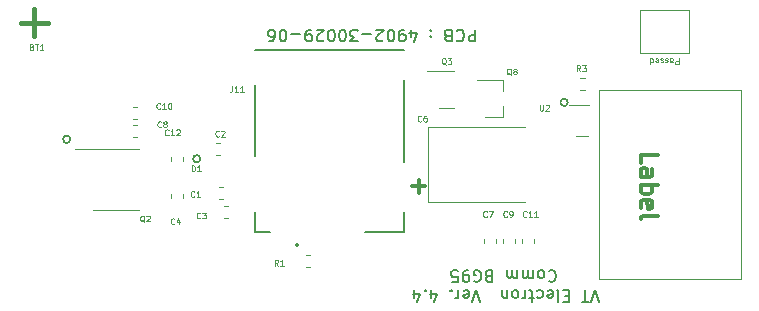
<source format=gbr>
%TF.GenerationSoftware,KiCad,Pcbnew,8.0.4*%
%TF.CreationDate,2024-11-07T22:09:53+00:00*%
%TF.ProjectId,BG95V4,42473935-5634-42e6-9b69-6361645f7063,rev?*%
%TF.SameCoordinates,Original*%
%TF.FileFunction,Legend,Top*%
%TF.FilePolarity,Positive*%
%FSLAX46Y46*%
G04 Gerber Fmt 4.6, Leading zero omitted, Abs format (unit mm)*
G04 Created by KiCad (PCBNEW 8.0.4) date 2024-11-07 22:09:53*
%MOMM*%
%LPD*%
G01*
G04 APERTURE LIST*
%ADD10C,0.200000*%
%ADD11C,0.100000*%
%ADD12C,0.300000*%
%ADD13C,0.450000*%
%ADD14C,0.120000*%
%ADD15C,0.127000*%
G04 APERTURE END LIST*
D10*
X28758047Y9398000D02*
G75*
G02*
X28137953Y9398000I-310047J0D01*
G01*
X28137953Y9398000D02*
G75*
G02*
X28758047Y9398000I310047J0D01*
G01*
X59873047Y14173200D02*
G75*
G02*
X59252953Y14173200I-310047J0D01*
G01*
X59252953Y14173200D02*
G75*
G02*
X59873047Y14173200I310047J0D01*
G01*
X17759847Y11049000D02*
G75*
G02*
X17139753Y11049000I-310047J0D01*
G01*
X17139753Y11049000D02*
G75*
G02*
X17759847Y11049000I310047J0D01*
G01*
D11*
X65982600Y21977600D02*
X70097400Y21977600D01*
X70097400Y18320000D01*
X65982600Y18320000D01*
X65982600Y21977600D01*
D10*
X52038094Y20342219D02*
X52038094Y19342219D01*
X52038094Y19342219D02*
X51657142Y19342219D01*
X51657142Y19342219D02*
X51561904Y19389838D01*
X51561904Y19389838D02*
X51514285Y19437457D01*
X51514285Y19437457D02*
X51466666Y19532695D01*
X51466666Y19532695D02*
X51466666Y19675552D01*
X51466666Y19675552D02*
X51514285Y19770790D01*
X51514285Y19770790D02*
X51561904Y19818409D01*
X51561904Y19818409D02*
X51657142Y19866028D01*
X51657142Y19866028D02*
X52038094Y19866028D01*
X50466666Y20246980D02*
X50514285Y20294600D01*
X50514285Y20294600D02*
X50657142Y20342219D01*
X50657142Y20342219D02*
X50752380Y20342219D01*
X50752380Y20342219D02*
X50895237Y20294600D01*
X50895237Y20294600D02*
X50990475Y20199361D01*
X50990475Y20199361D02*
X51038094Y20104123D01*
X51038094Y20104123D02*
X51085713Y19913647D01*
X51085713Y19913647D02*
X51085713Y19770790D01*
X51085713Y19770790D02*
X51038094Y19580314D01*
X51038094Y19580314D02*
X50990475Y19485076D01*
X50990475Y19485076D02*
X50895237Y19389838D01*
X50895237Y19389838D02*
X50752380Y19342219D01*
X50752380Y19342219D02*
X50657142Y19342219D01*
X50657142Y19342219D02*
X50514285Y19389838D01*
X50514285Y19389838D02*
X50466666Y19437457D01*
X49704761Y19818409D02*
X49561904Y19866028D01*
X49561904Y19866028D02*
X49514285Y19913647D01*
X49514285Y19913647D02*
X49466666Y20008885D01*
X49466666Y20008885D02*
X49466666Y20151742D01*
X49466666Y20151742D02*
X49514285Y20246980D01*
X49514285Y20246980D02*
X49561904Y20294600D01*
X49561904Y20294600D02*
X49657142Y20342219D01*
X49657142Y20342219D02*
X50038094Y20342219D01*
X50038094Y20342219D02*
X50038094Y19342219D01*
X50038094Y19342219D02*
X49704761Y19342219D01*
X49704761Y19342219D02*
X49609523Y19389838D01*
X49609523Y19389838D02*
X49561904Y19437457D01*
X49561904Y19437457D02*
X49514285Y19532695D01*
X49514285Y19532695D02*
X49514285Y19627933D01*
X49514285Y19627933D02*
X49561904Y19723171D01*
X49561904Y19723171D02*
X49609523Y19770790D01*
X49609523Y19770790D02*
X49704761Y19818409D01*
X49704761Y19818409D02*
X50038094Y19818409D01*
X48276189Y20246980D02*
X48228570Y20294600D01*
X48228570Y20294600D02*
X48276189Y20342219D01*
X48276189Y20342219D02*
X48323808Y20294600D01*
X48323808Y20294600D02*
X48276189Y20246980D01*
X48276189Y20246980D02*
X48276189Y20342219D01*
X48276189Y19723171D02*
X48228570Y19770790D01*
X48228570Y19770790D02*
X48276189Y19818409D01*
X48276189Y19818409D02*
X48323808Y19770790D01*
X48323808Y19770790D02*
X48276189Y19723171D01*
X48276189Y19723171D02*
X48276189Y19818409D01*
X46609523Y19675552D02*
X46609523Y20342219D01*
X46847618Y19294600D02*
X47085713Y20008885D01*
X47085713Y20008885D02*
X46466666Y20008885D01*
X46038094Y20342219D02*
X45847618Y20342219D01*
X45847618Y20342219D02*
X45752380Y20294600D01*
X45752380Y20294600D02*
X45704761Y20246980D01*
X45704761Y20246980D02*
X45609523Y20104123D01*
X45609523Y20104123D02*
X45561904Y19913647D01*
X45561904Y19913647D02*
X45561904Y19532695D01*
X45561904Y19532695D02*
X45609523Y19437457D01*
X45609523Y19437457D02*
X45657142Y19389838D01*
X45657142Y19389838D02*
X45752380Y19342219D01*
X45752380Y19342219D02*
X45942856Y19342219D01*
X45942856Y19342219D02*
X46038094Y19389838D01*
X46038094Y19389838D02*
X46085713Y19437457D01*
X46085713Y19437457D02*
X46133332Y19532695D01*
X46133332Y19532695D02*
X46133332Y19770790D01*
X46133332Y19770790D02*
X46085713Y19866028D01*
X46085713Y19866028D02*
X46038094Y19913647D01*
X46038094Y19913647D02*
X45942856Y19961266D01*
X45942856Y19961266D02*
X45752380Y19961266D01*
X45752380Y19961266D02*
X45657142Y19913647D01*
X45657142Y19913647D02*
X45609523Y19866028D01*
X45609523Y19866028D02*
X45561904Y19770790D01*
X44942856Y19342219D02*
X44847618Y19342219D01*
X44847618Y19342219D02*
X44752380Y19389838D01*
X44752380Y19389838D02*
X44704761Y19437457D01*
X44704761Y19437457D02*
X44657142Y19532695D01*
X44657142Y19532695D02*
X44609523Y19723171D01*
X44609523Y19723171D02*
X44609523Y19961266D01*
X44609523Y19961266D02*
X44657142Y20151742D01*
X44657142Y20151742D02*
X44704761Y20246980D01*
X44704761Y20246980D02*
X44752380Y20294600D01*
X44752380Y20294600D02*
X44847618Y20342219D01*
X44847618Y20342219D02*
X44942856Y20342219D01*
X44942856Y20342219D02*
X45038094Y20294600D01*
X45038094Y20294600D02*
X45085713Y20246980D01*
X45085713Y20246980D02*
X45133332Y20151742D01*
X45133332Y20151742D02*
X45180951Y19961266D01*
X45180951Y19961266D02*
X45180951Y19723171D01*
X45180951Y19723171D02*
X45133332Y19532695D01*
X45133332Y19532695D02*
X45085713Y19437457D01*
X45085713Y19437457D02*
X45038094Y19389838D01*
X45038094Y19389838D02*
X44942856Y19342219D01*
X44228570Y19437457D02*
X44180951Y19389838D01*
X44180951Y19389838D02*
X44085713Y19342219D01*
X44085713Y19342219D02*
X43847618Y19342219D01*
X43847618Y19342219D02*
X43752380Y19389838D01*
X43752380Y19389838D02*
X43704761Y19437457D01*
X43704761Y19437457D02*
X43657142Y19532695D01*
X43657142Y19532695D02*
X43657142Y19627933D01*
X43657142Y19627933D02*
X43704761Y19770790D01*
X43704761Y19770790D02*
X44276189Y20342219D01*
X44276189Y20342219D02*
X43657142Y20342219D01*
X43228570Y19961266D02*
X42466666Y19961266D01*
X42085713Y19342219D02*
X41466666Y19342219D01*
X41466666Y19342219D02*
X41799999Y19723171D01*
X41799999Y19723171D02*
X41657142Y19723171D01*
X41657142Y19723171D02*
X41561904Y19770790D01*
X41561904Y19770790D02*
X41514285Y19818409D01*
X41514285Y19818409D02*
X41466666Y19913647D01*
X41466666Y19913647D02*
X41466666Y20151742D01*
X41466666Y20151742D02*
X41514285Y20246980D01*
X41514285Y20246980D02*
X41561904Y20294600D01*
X41561904Y20294600D02*
X41657142Y20342219D01*
X41657142Y20342219D02*
X41942856Y20342219D01*
X41942856Y20342219D02*
X42038094Y20294600D01*
X42038094Y20294600D02*
X42085713Y20246980D01*
X40847618Y19342219D02*
X40752380Y19342219D01*
X40752380Y19342219D02*
X40657142Y19389838D01*
X40657142Y19389838D02*
X40609523Y19437457D01*
X40609523Y19437457D02*
X40561904Y19532695D01*
X40561904Y19532695D02*
X40514285Y19723171D01*
X40514285Y19723171D02*
X40514285Y19961266D01*
X40514285Y19961266D02*
X40561904Y20151742D01*
X40561904Y20151742D02*
X40609523Y20246980D01*
X40609523Y20246980D02*
X40657142Y20294600D01*
X40657142Y20294600D02*
X40752380Y20342219D01*
X40752380Y20342219D02*
X40847618Y20342219D01*
X40847618Y20342219D02*
X40942856Y20294600D01*
X40942856Y20294600D02*
X40990475Y20246980D01*
X40990475Y20246980D02*
X41038094Y20151742D01*
X41038094Y20151742D02*
X41085713Y19961266D01*
X41085713Y19961266D02*
X41085713Y19723171D01*
X41085713Y19723171D02*
X41038094Y19532695D01*
X41038094Y19532695D02*
X40990475Y19437457D01*
X40990475Y19437457D02*
X40942856Y19389838D01*
X40942856Y19389838D02*
X40847618Y19342219D01*
X39895237Y19342219D02*
X39799999Y19342219D01*
X39799999Y19342219D02*
X39704761Y19389838D01*
X39704761Y19389838D02*
X39657142Y19437457D01*
X39657142Y19437457D02*
X39609523Y19532695D01*
X39609523Y19532695D02*
X39561904Y19723171D01*
X39561904Y19723171D02*
X39561904Y19961266D01*
X39561904Y19961266D02*
X39609523Y20151742D01*
X39609523Y20151742D02*
X39657142Y20246980D01*
X39657142Y20246980D02*
X39704761Y20294600D01*
X39704761Y20294600D02*
X39799999Y20342219D01*
X39799999Y20342219D02*
X39895237Y20342219D01*
X39895237Y20342219D02*
X39990475Y20294600D01*
X39990475Y20294600D02*
X40038094Y20246980D01*
X40038094Y20246980D02*
X40085713Y20151742D01*
X40085713Y20151742D02*
X40133332Y19961266D01*
X40133332Y19961266D02*
X40133332Y19723171D01*
X40133332Y19723171D02*
X40085713Y19532695D01*
X40085713Y19532695D02*
X40038094Y19437457D01*
X40038094Y19437457D02*
X39990475Y19389838D01*
X39990475Y19389838D02*
X39895237Y19342219D01*
X39180951Y19437457D02*
X39133332Y19389838D01*
X39133332Y19389838D02*
X39038094Y19342219D01*
X39038094Y19342219D02*
X38799999Y19342219D01*
X38799999Y19342219D02*
X38704761Y19389838D01*
X38704761Y19389838D02*
X38657142Y19437457D01*
X38657142Y19437457D02*
X38609523Y19532695D01*
X38609523Y19532695D02*
X38609523Y19627933D01*
X38609523Y19627933D02*
X38657142Y19770790D01*
X38657142Y19770790D02*
X39228570Y20342219D01*
X39228570Y20342219D02*
X38609523Y20342219D01*
X38133332Y20342219D02*
X37942856Y20342219D01*
X37942856Y20342219D02*
X37847618Y20294600D01*
X37847618Y20294600D02*
X37799999Y20246980D01*
X37799999Y20246980D02*
X37704761Y20104123D01*
X37704761Y20104123D02*
X37657142Y19913647D01*
X37657142Y19913647D02*
X37657142Y19532695D01*
X37657142Y19532695D02*
X37704761Y19437457D01*
X37704761Y19437457D02*
X37752380Y19389838D01*
X37752380Y19389838D02*
X37847618Y19342219D01*
X37847618Y19342219D02*
X38038094Y19342219D01*
X38038094Y19342219D02*
X38133332Y19389838D01*
X38133332Y19389838D02*
X38180951Y19437457D01*
X38180951Y19437457D02*
X38228570Y19532695D01*
X38228570Y19532695D02*
X38228570Y19770790D01*
X38228570Y19770790D02*
X38180951Y19866028D01*
X38180951Y19866028D02*
X38133332Y19913647D01*
X38133332Y19913647D02*
X38038094Y19961266D01*
X38038094Y19961266D02*
X37847618Y19961266D01*
X37847618Y19961266D02*
X37752380Y19913647D01*
X37752380Y19913647D02*
X37704761Y19866028D01*
X37704761Y19866028D02*
X37657142Y19770790D01*
X37228570Y19961266D02*
X36466666Y19961266D01*
X35799999Y19342219D02*
X35704761Y19342219D01*
X35704761Y19342219D02*
X35609523Y19389838D01*
X35609523Y19389838D02*
X35561904Y19437457D01*
X35561904Y19437457D02*
X35514285Y19532695D01*
X35514285Y19532695D02*
X35466666Y19723171D01*
X35466666Y19723171D02*
X35466666Y19961266D01*
X35466666Y19961266D02*
X35514285Y20151742D01*
X35514285Y20151742D02*
X35561904Y20246980D01*
X35561904Y20246980D02*
X35609523Y20294600D01*
X35609523Y20294600D02*
X35704761Y20342219D01*
X35704761Y20342219D02*
X35799999Y20342219D01*
X35799999Y20342219D02*
X35895237Y20294600D01*
X35895237Y20294600D02*
X35942856Y20246980D01*
X35942856Y20246980D02*
X35990475Y20151742D01*
X35990475Y20151742D02*
X36038094Y19961266D01*
X36038094Y19961266D02*
X36038094Y19723171D01*
X36038094Y19723171D02*
X35990475Y19532695D01*
X35990475Y19532695D02*
X35942856Y19437457D01*
X35942856Y19437457D02*
X35895237Y19389838D01*
X35895237Y19389838D02*
X35799999Y19342219D01*
X34609523Y19342219D02*
X34799999Y19342219D01*
X34799999Y19342219D02*
X34895237Y19389838D01*
X34895237Y19389838D02*
X34942856Y19437457D01*
X34942856Y19437457D02*
X35038094Y19580314D01*
X35038094Y19580314D02*
X35085713Y19770790D01*
X35085713Y19770790D02*
X35085713Y20151742D01*
X35085713Y20151742D02*
X35038094Y20246980D01*
X35038094Y20246980D02*
X34990475Y20294600D01*
X34990475Y20294600D02*
X34895237Y20342219D01*
X34895237Y20342219D02*
X34704761Y20342219D01*
X34704761Y20342219D02*
X34609523Y20294600D01*
X34609523Y20294600D02*
X34561904Y20246980D01*
X34561904Y20246980D02*
X34514285Y20151742D01*
X34514285Y20151742D02*
X34514285Y19913647D01*
X34514285Y19913647D02*
X34561904Y19818409D01*
X34561904Y19818409D02*
X34609523Y19770790D01*
X34609523Y19770790D02*
X34704761Y19723171D01*
X34704761Y19723171D02*
X34895237Y19723171D01*
X34895237Y19723171D02*
X34990475Y19770790D01*
X34990475Y19770790D02*
X35038094Y19818409D01*
X35038094Y19818409D02*
X35085713Y19913647D01*
X62504762Y-2712752D02*
X62171429Y-1712752D01*
X62171429Y-1712752D02*
X61838096Y-2712752D01*
X61647619Y-2712752D02*
X61076191Y-2712752D01*
X61361905Y-1712752D02*
X61361905Y-2712752D01*
X59980952Y-2236562D02*
X59647619Y-2236562D01*
X59504762Y-1712752D02*
X59980952Y-1712752D01*
X59980952Y-1712752D02*
X59980952Y-2712752D01*
X59980952Y-2712752D02*
X59504762Y-2712752D01*
X58933333Y-1712752D02*
X59028571Y-1760372D01*
X59028571Y-1760372D02*
X59076190Y-1855610D01*
X59076190Y-1855610D02*
X59076190Y-2712752D01*
X58171428Y-1760372D02*
X58266666Y-1712752D01*
X58266666Y-1712752D02*
X58457142Y-1712752D01*
X58457142Y-1712752D02*
X58552380Y-1760372D01*
X58552380Y-1760372D02*
X58599999Y-1855610D01*
X58599999Y-1855610D02*
X58599999Y-2236562D01*
X58599999Y-2236562D02*
X58552380Y-2331800D01*
X58552380Y-2331800D02*
X58457142Y-2379419D01*
X58457142Y-2379419D02*
X58266666Y-2379419D01*
X58266666Y-2379419D02*
X58171428Y-2331800D01*
X58171428Y-2331800D02*
X58123809Y-2236562D01*
X58123809Y-2236562D02*
X58123809Y-2141324D01*
X58123809Y-2141324D02*
X58599999Y-2046086D01*
X57266666Y-1760372D02*
X57361904Y-1712752D01*
X57361904Y-1712752D02*
X57552380Y-1712752D01*
X57552380Y-1712752D02*
X57647618Y-1760372D01*
X57647618Y-1760372D02*
X57695237Y-1807991D01*
X57695237Y-1807991D02*
X57742856Y-1903229D01*
X57742856Y-1903229D02*
X57742856Y-2188943D01*
X57742856Y-2188943D02*
X57695237Y-2284181D01*
X57695237Y-2284181D02*
X57647618Y-2331800D01*
X57647618Y-2331800D02*
X57552380Y-2379419D01*
X57552380Y-2379419D02*
X57361904Y-2379419D01*
X57361904Y-2379419D02*
X57266666Y-2331800D01*
X56980951Y-2379419D02*
X56599999Y-2379419D01*
X56838094Y-2712752D02*
X56838094Y-1855610D01*
X56838094Y-1855610D02*
X56790475Y-1760372D01*
X56790475Y-1760372D02*
X56695237Y-1712752D01*
X56695237Y-1712752D02*
X56599999Y-1712752D01*
X56266665Y-1712752D02*
X56266665Y-2379419D01*
X56266665Y-2188943D02*
X56219046Y-2284181D01*
X56219046Y-2284181D02*
X56171427Y-2331800D01*
X56171427Y-2331800D02*
X56076189Y-2379419D01*
X56076189Y-2379419D02*
X55980951Y-2379419D01*
X55504760Y-1712752D02*
X55599998Y-1760372D01*
X55599998Y-1760372D02*
X55647617Y-1807991D01*
X55647617Y-1807991D02*
X55695236Y-1903229D01*
X55695236Y-1903229D02*
X55695236Y-2188943D01*
X55695236Y-2188943D02*
X55647617Y-2284181D01*
X55647617Y-2284181D02*
X55599998Y-2331800D01*
X55599998Y-2331800D02*
X55504760Y-2379419D01*
X55504760Y-2379419D02*
X55361903Y-2379419D01*
X55361903Y-2379419D02*
X55266665Y-2331800D01*
X55266665Y-2331800D02*
X55219046Y-2284181D01*
X55219046Y-2284181D02*
X55171427Y-2188943D01*
X55171427Y-2188943D02*
X55171427Y-1903229D01*
X55171427Y-1903229D02*
X55219046Y-1807991D01*
X55219046Y-1807991D02*
X55266665Y-1760372D01*
X55266665Y-1760372D02*
X55361903Y-1712752D01*
X55361903Y-1712752D02*
X55504760Y-1712752D01*
X54742855Y-2379419D02*
X54742855Y-1712752D01*
X54742855Y-2284181D02*
X54695236Y-2331800D01*
X54695236Y-2331800D02*
X54599998Y-2379419D01*
X54599998Y-2379419D02*
X54457141Y-2379419D01*
X54457141Y-2379419D02*
X54361903Y-2331800D01*
X54361903Y-2331800D02*
X54314284Y-2236562D01*
X54314284Y-2236562D02*
X54314284Y-1712752D01*
X52457140Y-2712752D02*
X52123807Y-1712752D01*
X52123807Y-1712752D02*
X51790474Y-2712752D01*
X51076188Y-1760372D02*
X51171426Y-1712752D01*
X51171426Y-1712752D02*
X51361902Y-1712752D01*
X51361902Y-1712752D02*
X51457140Y-1760372D01*
X51457140Y-1760372D02*
X51504759Y-1855610D01*
X51504759Y-1855610D02*
X51504759Y-2236562D01*
X51504759Y-2236562D02*
X51457140Y-2331800D01*
X51457140Y-2331800D02*
X51361902Y-2379419D01*
X51361902Y-2379419D02*
X51171426Y-2379419D01*
X51171426Y-2379419D02*
X51076188Y-2331800D01*
X51076188Y-2331800D02*
X51028569Y-2236562D01*
X51028569Y-2236562D02*
X51028569Y-2141324D01*
X51028569Y-2141324D02*
X51504759Y-2046086D01*
X50599997Y-1712752D02*
X50599997Y-2379419D01*
X50599997Y-2188943D02*
X50552378Y-2284181D01*
X50552378Y-2284181D02*
X50504759Y-2331800D01*
X50504759Y-2331800D02*
X50409521Y-2379419D01*
X50409521Y-2379419D02*
X50314283Y-2379419D01*
X49980949Y-1807991D02*
X49933330Y-1760372D01*
X49933330Y-1760372D02*
X49980949Y-1712752D01*
X49980949Y-1712752D02*
X50028568Y-1760372D01*
X50028568Y-1760372D02*
X49980949Y-1807991D01*
X49980949Y-1807991D02*
X49980949Y-1712752D01*
X48314283Y-2379419D02*
X48314283Y-1712752D01*
X48552378Y-2760372D02*
X48790473Y-2046086D01*
X48790473Y-2046086D02*
X48171426Y-2046086D01*
X47790473Y-1807991D02*
X47742854Y-1760372D01*
X47742854Y-1760372D02*
X47790473Y-1712752D01*
X47790473Y-1712752D02*
X47838092Y-1760372D01*
X47838092Y-1760372D02*
X47790473Y-1807991D01*
X47790473Y-1807991D02*
X47790473Y-1712752D01*
X46885712Y-2379419D02*
X46885712Y-1712752D01*
X47123807Y-2760372D02*
X47361902Y-2046086D01*
X47361902Y-2046086D02*
X46742855Y-2046086D01*
D12*
X66041671Y9028571D02*
X66041671Y9742857D01*
X66041671Y9742857D02*
X67541671Y9742857D01*
X66041671Y7885714D02*
X66827385Y7885714D01*
X66827385Y7885714D02*
X66970242Y7957142D01*
X66970242Y7957142D02*
X67041671Y8099999D01*
X67041671Y8099999D02*
X67041671Y8385714D01*
X67041671Y8385714D02*
X66970242Y8528571D01*
X66113100Y7885714D02*
X66041671Y8028571D01*
X66041671Y8028571D02*
X66041671Y8385714D01*
X66041671Y8385714D02*
X66113100Y8528571D01*
X66113100Y8528571D02*
X66255957Y8599999D01*
X66255957Y8599999D02*
X66398814Y8599999D01*
X66398814Y8599999D02*
X66541671Y8528571D01*
X66541671Y8528571D02*
X66613100Y8385714D01*
X66613100Y8385714D02*
X66613100Y8028571D01*
X66613100Y8028571D02*
X66684528Y7885714D01*
X66041671Y7171428D02*
X67541671Y7171428D01*
X66970242Y7171428D02*
X67041671Y7028571D01*
X67041671Y7028571D02*
X67041671Y6742856D01*
X67041671Y6742856D02*
X66970242Y6599999D01*
X66970242Y6599999D02*
X66898814Y6528571D01*
X66898814Y6528571D02*
X66755957Y6457142D01*
X66755957Y6457142D02*
X66327385Y6457142D01*
X66327385Y6457142D02*
X66184528Y6528571D01*
X66184528Y6528571D02*
X66113100Y6599999D01*
X66113100Y6599999D02*
X66041671Y6742856D01*
X66041671Y6742856D02*
X66041671Y7028571D01*
X66041671Y7028571D02*
X66113100Y7171428D01*
X66113100Y5242856D02*
X66041671Y5385713D01*
X66041671Y5385713D02*
X66041671Y5671428D01*
X66041671Y5671428D02*
X66113100Y5814285D01*
X66113100Y5814285D02*
X66255957Y5885713D01*
X66255957Y5885713D02*
X66827385Y5885713D01*
X66827385Y5885713D02*
X66970242Y5814285D01*
X66970242Y5814285D02*
X67041671Y5671428D01*
X67041671Y5671428D02*
X67041671Y5385713D01*
X67041671Y5385713D02*
X66970242Y5242856D01*
X66970242Y5242856D02*
X66827385Y5171428D01*
X66827385Y5171428D02*
X66684528Y5171428D01*
X66684528Y5171428D02*
X66541671Y5885713D01*
X66041671Y4314285D02*
X66113100Y4457142D01*
X66113100Y4457142D02*
X66255957Y4528571D01*
X66255957Y4528571D02*
X67541671Y4528571D01*
D11*
X69252380Y17906109D02*
X69252380Y17406109D01*
X69252380Y17406109D02*
X69061904Y17406109D01*
X69061904Y17406109D02*
X69014285Y17429919D01*
X69014285Y17429919D02*
X68990475Y17453728D01*
X68990475Y17453728D02*
X68966666Y17501347D01*
X68966666Y17501347D02*
X68966666Y17572776D01*
X68966666Y17572776D02*
X68990475Y17620395D01*
X68990475Y17620395D02*
X69014285Y17644204D01*
X69014285Y17644204D02*
X69061904Y17668014D01*
X69061904Y17668014D02*
X69252380Y17668014D01*
X68538094Y17906109D02*
X68538094Y17644204D01*
X68538094Y17644204D02*
X68561904Y17596585D01*
X68561904Y17596585D02*
X68609523Y17572776D01*
X68609523Y17572776D02*
X68704761Y17572776D01*
X68704761Y17572776D02*
X68752380Y17596585D01*
X68538094Y17882300D02*
X68585713Y17906109D01*
X68585713Y17906109D02*
X68704761Y17906109D01*
X68704761Y17906109D02*
X68752380Y17882300D01*
X68752380Y17882300D02*
X68776189Y17834680D01*
X68776189Y17834680D02*
X68776189Y17787061D01*
X68776189Y17787061D02*
X68752380Y17739442D01*
X68752380Y17739442D02*
X68704761Y17715633D01*
X68704761Y17715633D02*
X68585713Y17715633D01*
X68585713Y17715633D02*
X68538094Y17691823D01*
X68323808Y17882300D02*
X68276189Y17906109D01*
X68276189Y17906109D02*
X68180951Y17906109D01*
X68180951Y17906109D02*
X68133332Y17882300D01*
X68133332Y17882300D02*
X68109523Y17834680D01*
X68109523Y17834680D02*
X68109523Y17810871D01*
X68109523Y17810871D02*
X68133332Y17763252D01*
X68133332Y17763252D02*
X68180951Y17739442D01*
X68180951Y17739442D02*
X68252380Y17739442D01*
X68252380Y17739442D02*
X68299999Y17715633D01*
X68299999Y17715633D02*
X68323808Y17668014D01*
X68323808Y17668014D02*
X68323808Y17644204D01*
X68323808Y17644204D02*
X68299999Y17596585D01*
X68299999Y17596585D02*
X68252380Y17572776D01*
X68252380Y17572776D02*
X68180951Y17572776D01*
X68180951Y17572776D02*
X68133332Y17596585D01*
X67919046Y17882300D02*
X67871427Y17906109D01*
X67871427Y17906109D02*
X67776189Y17906109D01*
X67776189Y17906109D02*
X67728570Y17882300D01*
X67728570Y17882300D02*
X67704761Y17834680D01*
X67704761Y17834680D02*
X67704761Y17810871D01*
X67704761Y17810871D02*
X67728570Y17763252D01*
X67728570Y17763252D02*
X67776189Y17739442D01*
X67776189Y17739442D02*
X67847618Y17739442D01*
X67847618Y17739442D02*
X67895237Y17715633D01*
X67895237Y17715633D02*
X67919046Y17668014D01*
X67919046Y17668014D02*
X67919046Y17644204D01*
X67919046Y17644204D02*
X67895237Y17596585D01*
X67895237Y17596585D02*
X67847618Y17572776D01*
X67847618Y17572776D02*
X67776189Y17572776D01*
X67776189Y17572776D02*
X67728570Y17596585D01*
X67299999Y17882300D02*
X67347618Y17906109D01*
X67347618Y17906109D02*
X67442856Y17906109D01*
X67442856Y17906109D02*
X67490475Y17882300D01*
X67490475Y17882300D02*
X67514284Y17834680D01*
X67514284Y17834680D02*
X67514284Y17644204D01*
X67514284Y17644204D02*
X67490475Y17596585D01*
X67490475Y17596585D02*
X67442856Y17572776D01*
X67442856Y17572776D02*
X67347618Y17572776D01*
X67347618Y17572776D02*
X67299999Y17596585D01*
X67299999Y17596585D02*
X67276189Y17644204D01*
X67276189Y17644204D02*
X67276189Y17691823D01*
X67276189Y17691823D02*
X67514284Y17739442D01*
X66847618Y17906109D02*
X66847618Y17406109D01*
X66847618Y17882300D02*
X66895237Y17906109D01*
X66895237Y17906109D02*
X66990475Y17906109D01*
X66990475Y17906109D02*
X67038094Y17882300D01*
X67038094Y17882300D02*
X67061904Y17858490D01*
X67061904Y17858490D02*
X67085713Y17810871D01*
X67085713Y17810871D02*
X67085713Y17668014D01*
X67085713Y17668014D02*
X67061904Y17620395D01*
X67061904Y17620395D02*
X67038094Y17596585D01*
X67038094Y17596585D02*
X66990475Y17572776D01*
X66990475Y17572776D02*
X66895237Y17572776D01*
X66895237Y17572776D02*
X66847618Y17596585D01*
D10*
X58249523Y-117991D02*
X58297142Y-70372D01*
X58297142Y-70372D02*
X58439999Y-22752D01*
X58439999Y-22752D02*
X58535237Y-22752D01*
X58535237Y-22752D02*
X58678094Y-70372D01*
X58678094Y-70372D02*
X58773332Y-165610D01*
X58773332Y-165610D02*
X58820951Y-260848D01*
X58820951Y-260848D02*
X58868570Y-451324D01*
X58868570Y-451324D02*
X58868570Y-594181D01*
X58868570Y-594181D02*
X58820951Y-784657D01*
X58820951Y-784657D02*
X58773332Y-879895D01*
X58773332Y-879895D02*
X58678094Y-975133D01*
X58678094Y-975133D02*
X58535237Y-1022752D01*
X58535237Y-1022752D02*
X58439999Y-1022752D01*
X58439999Y-1022752D02*
X58297142Y-975133D01*
X58297142Y-975133D02*
X58249523Y-927514D01*
X57678094Y-22752D02*
X57773332Y-70372D01*
X57773332Y-70372D02*
X57820951Y-117991D01*
X57820951Y-117991D02*
X57868570Y-213229D01*
X57868570Y-213229D02*
X57868570Y-498943D01*
X57868570Y-498943D02*
X57820951Y-594181D01*
X57820951Y-594181D02*
X57773332Y-641800D01*
X57773332Y-641800D02*
X57678094Y-689419D01*
X57678094Y-689419D02*
X57535237Y-689419D01*
X57535237Y-689419D02*
X57439999Y-641800D01*
X57439999Y-641800D02*
X57392380Y-594181D01*
X57392380Y-594181D02*
X57344761Y-498943D01*
X57344761Y-498943D02*
X57344761Y-213229D01*
X57344761Y-213229D02*
X57392380Y-117991D01*
X57392380Y-117991D02*
X57439999Y-70372D01*
X57439999Y-70372D02*
X57535237Y-22752D01*
X57535237Y-22752D02*
X57678094Y-22752D01*
X56916189Y-22752D02*
X56916189Y-689419D01*
X56916189Y-594181D02*
X56868570Y-641800D01*
X56868570Y-641800D02*
X56773332Y-689419D01*
X56773332Y-689419D02*
X56630475Y-689419D01*
X56630475Y-689419D02*
X56535237Y-641800D01*
X56535237Y-641800D02*
X56487618Y-546562D01*
X56487618Y-546562D02*
X56487618Y-22752D01*
X56487618Y-546562D02*
X56439999Y-641800D01*
X56439999Y-641800D02*
X56344761Y-689419D01*
X56344761Y-689419D02*
X56201904Y-689419D01*
X56201904Y-689419D02*
X56106665Y-641800D01*
X56106665Y-641800D02*
X56059046Y-546562D01*
X56059046Y-546562D02*
X56059046Y-22752D01*
X55582856Y-22752D02*
X55582856Y-689419D01*
X55582856Y-594181D02*
X55535237Y-641800D01*
X55535237Y-641800D02*
X55439999Y-689419D01*
X55439999Y-689419D02*
X55297142Y-689419D01*
X55297142Y-689419D02*
X55201904Y-641800D01*
X55201904Y-641800D02*
X55154285Y-546562D01*
X55154285Y-546562D02*
X55154285Y-22752D01*
X55154285Y-546562D02*
X55106666Y-641800D01*
X55106666Y-641800D02*
X55011428Y-689419D01*
X55011428Y-689419D02*
X54868571Y-689419D01*
X54868571Y-689419D02*
X54773332Y-641800D01*
X54773332Y-641800D02*
X54725713Y-546562D01*
X54725713Y-546562D02*
X54725713Y-22752D01*
X53154285Y-546562D02*
X53011428Y-498943D01*
X53011428Y-498943D02*
X52963809Y-451324D01*
X52963809Y-451324D02*
X52916190Y-356086D01*
X52916190Y-356086D02*
X52916190Y-213229D01*
X52916190Y-213229D02*
X52963809Y-117991D01*
X52963809Y-117991D02*
X53011428Y-70372D01*
X53011428Y-70372D02*
X53106666Y-22752D01*
X53106666Y-22752D02*
X53487618Y-22752D01*
X53487618Y-22752D02*
X53487618Y-1022752D01*
X53487618Y-1022752D02*
X53154285Y-1022752D01*
X53154285Y-1022752D02*
X53059047Y-975133D01*
X53059047Y-975133D02*
X53011428Y-927514D01*
X53011428Y-927514D02*
X52963809Y-832276D01*
X52963809Y-832276D02*
X52963809Y-737038D01*
X52963809Y-737038D02*
X53011428Y-641800D01*
X53011428Y-641800D02*
X53059047Y-594181D01*
X53059047Y-594181D02*
X53154285Y-546562D01*
X53154285Y-546562D02*
X53487618Y-546562D01*
X51963809Y-975133D02*
X52059047Y-1022752D01*
X52059047Y-1022752D02*
X52201904Y-1022752D01*
X52201904Y-1022752D02*
X52344761Y-975133D01*
X52344761Y-975133D02*
X52439999Y-879895D01*
X52439999Y-879895D02*
X52487618Y-784657D01*
X52487618Y-784657D02*
X52535237Y-594181D01*
X52535237Y-594181D02*
X52535237Y-451324D01*
X52535237Y-451324D02*
X52487618Y-260848D01*
X52487618Y-260848D02*
X52439999Y-165610D01*
X52439999Y-165610D02*
X52344761Y-70372D01*
X52344761Y-70372D02*
X52201904Y-22752D01*
X52201904Y-22752D02*
X52106666Y-22752D01*
X52106666Y-22752D02*
X51963809Y-70372D01*
X51963809Y-70372D02*
X51916190Y-117991D01*
X51916190Y-117991D02*
X51916190Y-451324D01*
X51916190Y-451324D02*
X52106666Y-451324D01*
X51439999Y-22752D02*
X51249523Y-22752D01*
X51249523Y-22752D02*
X51154285Y-70372D01*
X51154285Y-70372D02*
X51106666Y-117991D01*
X51106666Y-117991D02*
X51011428Y-260848D01*
X51011428Y-260848D02*
X50963809Y-451324D01*
X50963809Y-451324D02*
X50963809Y-832276D01*
X50963809Y-832276D02*
X51011428Y-927514D01*
X51011428Y-927514D02*
X51059047Y-975133D01*
X51059047Y-975133D02*
X51154285Y-1022752D01*
X51154285Y-1022752D02*
X51344761Y-1022752D01*
X51344761Y-1022752D02*
X51439999Y-975133D01*
X51439999Y-975133D02*
X51487618Y-927514D01*
X51487618Y-927514D02*
X51535237Y-832276D01*
X51535237Y-832276D02*
X51535237Y-594181D01*
X51535237Y-594181D02*
X51487618Y-498943D01*
X51487618Y-498943D02*
X51439999Y-451324D01*
X51439999Y-451324D02*
X51344761Y-403705D01*
X51344761Y-403705D02*
X51154285Y-403705D01*
X51154285Y-403705D02*
X51059047Y-451324D01*
X51059047Y-451324D02*
X51011428Y-498943D01*
X51011428Y-498943D02*
X50963809Y-594181D01*
X50059047Y-1022752D02*
X50535237Y-1022752D01*
X50535237Y-1022752D02*
X50582856Y-546562D01*
X50582856Y-546562D02*
X50535237Y-594181D01*
X50535237Y-594181D02*
X50439999Y-641800D01*
X50439999Y-641800D02*
X50201904Y-641800D01*
X50201904Y-641800D02*
X50106666Y-594181D01*
X50106666Y-594181D02*
X50059047Y-546562D01*
X50059047Y-546562D02*
X50011428Y-451324D01*
X50011428Y-451324D02*
X50011428Y-213229D01*
X50011428Y-213229D02*
X50059047Y-117991D01*
X50059047Y-117991D02*
X50106666Y-70372D01*
X50106666Y-70372D02*
X50201904Y-22752D01*
X50201904Y-22752D02*
X50439999Y-22752D01*
X50439999Y-22752D02*
X50535237Y-70372D01*
X50535237Y-70372D02*
X50582856Y-117991D01*
D12*
X46672571Y7055900D02*
X47815429Y7055900D01*
X47244000Y6484471D02*
X47244000Y7627328D01*
D11*
X28263066Y6222309D02*
X28239257Y6198500D01*
X28239257Y6198500D02*
X28167828Y6174690D01*
X28167828Y6174690D02*
X28120209Y6174690D01*
X28120209Y6174690D02*
X28048781Y6198500D01*
X28048781Y6198500D02*
X28001162Y6246119D01*
X28001162Y6246119D02*
X27977352Y6293738D01*
X27977352Y6293738D02*
X27953543Y6388976D01*
X27953543Y6388976D02*
X27953543Y6460404D01*
X27953543Y6460404D02*
X27977352Y6555642D01*
X27977352Y6555642D02*
X28001162Y6603261D01*
X28001162Y6603261D02*
X28048781Y6650880D01*
X28048781Y6650880D02*
X28120209Y6674690D01*
X28120209Y6674690D02*
X28167828Y6674690D01*
X28167828Y6674690D02*
X28239257Y6650880D01*
X28239257Y6650880D02*
X28263066Y6627071D01*
X28739257Y6174690D02*
X28453543Y6174690D01*
X28596400Y6174690D02*
X28596400Y6674690D01*
X28596400Y6674690D02*
X28548781Y6603261D01*
X28548781Y6603261D02*
X28501162Y6555642D01*
X28501162Y6555642D02*
X28453543Y6531833D01*
X30345866Y11327709D02*
X30322057Y11303900D01*
X30322057Y11303900D02*
X30250628Y11280090D01*
X30250628Y11280090D02*
X30203009Y11280090D01*
X30203009Y11280090D02*
X30131581Y11303900D01*
X30131581Y11303900D02*
X30083962Y11351519D01*
X30083962Y11351519D02*
X30060152Y11399138D01*
X30060152Y11399138D02*
X30036343Y11494376D01*
X30036343Y11494376D02*
X30036343Y11565804D01*
X30036343Y11565804D02*
X30060152Y11661042D01*
X30060152Y11661042D02*
X30083962Y11708661D01*
X30083962Y11708661D02*
X30131581Y11756280D01*
X30131581Y11756280D02*
X30203009Y11780090D01*
X30203009Y11780090D02*
X30250628Y11780090D01*
X30250628Y11780090D02*
X30322057Y11756280D01*
X30322057Y11756280D02*
X30345866Y11732471D01*
X30536343Y11732471D02*
X30560152Y11756280D01*
X30560152Y11756280D02*
X30607771Y11780090D01*
X30607771Y11780090D02*
X30726819Y11780090D01*
X30726819Y11780090D02*
X30774438Y11756280D01*
X30774438Y11756280D02*
X30798247Y11732471D01*
X30798247Y11732471D02*
X30822057Y11684852D01*
X30822057Y11684852D02*
X30822057Y11637233D01*
X30822057Y11637233D02*
X30798247Y11565804D01*
X30798247Y11565804D02*
X30512533Y11280090D01*
X30512533Y11280090D02*
X30822057Y11280090D01*
X28771066Y4393509D02*
X28747257Y4369700D01*
X28747257Y4369700D02*
X28675828Y4345890D01*
X28675828Y4345890D02*
X28628209Y4345890D01*
X28628209Y4345890D02*
X28556781Y4369700D01*
X28556781Y4369700D02*
X28509162Y4417319D01*
X28509162Y4417319D02*
X28485352Y4464938D01*
X28485352Y4464938D02*
X28461543Y4560176D01*
X28461543Y4560176D02*
X28461543Y4631604D01*
X28461543Y4631604D02*
X28485352Y4726842D01*
X28485352Y4726842D02*
X28509162Y4774461D01*
X28509162Y4774461D02*
X28556781Y4822080D01*
X28556781Y4822080D02*
X28628209Y4845890D01*
X28628209Y4845890D02*
X28675828Y4845890D01*
X28675828Y4845890D02*
X28747257Y4822080D01*
X28747257Y4822080D02*
X28771066Y4798271D01*
X28937733Y4845890D02*
X29247257Y4845890D01*
X29247257Y4845890D02*
X29080590Y4655414D01*
X29080590Y4655414D02*
X29152019Y4655414D01*
X29152019Y4655414D02*
X29199638Y4631604D01*
X29199638Y4631604D02*
X29223447Y4607795D01*
X29223447Y4607795D02*
X29247257Y4560176D01*
X29247257Y4560176D02*
X29247257Y4441128D01*
X29247257Y4441128D02*
X29223447Y4393509D01*
X29223447Y4393509D02*
X29199638Y4369700D01*
X29199638Y4369700D02*
X29152019Y4345890D01*
X29152019Y4345890D02*
X29009162Y4345890D01*
X29009162Y4345890D02*
X28961543Y4369700D01*
X28961543Y4369700D02*
X28937733Y4393509D01*
X26561266Y3910909D02*
X26537457Y3887100D01*
X26537457Y3887100D02*
X26466028Y3863290D01*
X26466028Y3863290D02*
X26418409Y3863290D01*
X26418409Y3863290D02*
X26346981Y3887100D01*
X26346981Y3887100D02*
X26299362Y3934719D01*
X26299362Y3934719D02*
X26275552Y3982338D01*
X26275552Y3982338D02*
X26251743Y4077576D01*
X26251743Y4077576D02*
X26251743Y4149004D01*
X26251743Y4149004D02*
X26275552Y4244242D01*
X26275552Y4244242D02*
X26299362Y4291861D01*
X26299362Y4291861D02*
X26346981Y4339480D01*
X26346981Y4339480D02*
X26418409Y4363290D01*
X26418409Y4363290D02*
X26466028Y4363290D01*
X26466028Y4363290D02*
X26537457Y4339480D01*
X26537457Y4339480D02*
X26561266Y4315671D01*
X26989838Y4196623D02*
X26989838Y3863290D01*
X26870790Y4387100D02*
X26751743Y4029957D01*
X26751743Y4029957D02*
X27061266Y4029957D01*
X47465466Y12597709D02*
X47441657Y12573900D01*
X47441657Y12573900D02*
X47370228Y12550090D01*
X47370228Y12550090D02*
X47322609Y12550090D01*
X47322609Y12550090D02*
X47251181Y12573900D01*
X47251181Y12573900D02*
X47203562Y12621519D01*
X47203562Y12621519D02*
X47179752Y12669138D01*
X47179752Y12669138D02*
X47155943Y12764376D01*
X47155943Y12764376D02*
X47155943Y12835804D01*
X47155943Y12835804D02*
X47179752Y12931042D01*
X47179752Y12931042D02*
X47203562Y12978661D01*
X47203562Y12978661D02*
X47251181Y13026280D01*
X47251181Y13026280D02*
X47322609Y13050090D01*
X47322609Y13050090D02*
X47370228Y13050090D01*
X47370228Y13050090D02*
X47441657Y13026280D01*
X47441657Y13026280D02*
X47465466Y13002471D01*
X47894038Y13050090D02*
X47798800Y13050090D01*
X47798800Y13050090D02*
X47751181Y13026280D01*
X47751181Y13026280D02*
X47727371Y13002471D01*
X47727371Y13002471D02*
X47679752Y12931042D01*
X47679752Y12931042D02*
X47655943Y12835804D01*
X47655943Y12835804D02*
X47655943Y12645328D01*
X47655943Y12645328D02*
X47679752Y12597709D01*
X47679752Y12597709D02*
X47703562Y12573900D01*
X47703562Y12573900D02*
X47751181Y12550090D01*
X47751181Y12550090D02*
X47846419Y12550090D01*
X47846419Y12550090D02*
X47894038Y12573900D01*
X47894038Y12573900D02*
X47917847Y12597709D01*
X47917847Y12597709D02*
X47941657Y12645328D01*
X47941657Y12645328D02*
X47941657Y12764376D01*
X47941657Y12764376D02*
X47917847Y12811995D01*
X47917847Y12811995D02*
X47894038Y12835804D01*
X47894038Y12835804D02*
X47846419Y12859614D01*
X47846419Y12859614D02*
X47751181Y12859614D01*
X47751181Y12859614D02*
X47703562Y12835804D01*
X47703562Y12835804D02*
X47679752Y12811995D01*
X47679752Y12811995D02*
X47655943Y12764376D01*
X53016666Y4521509D02*
X52992857Y4497700D01*
X52992857Y4497700D02*
X52921428Y4473890D01*
X52921428Y4473890D02*
X52873809Y4473890D01*
X52873809Y4473890D02*
X52802381Y4497700D01*
X52802381Y4497700D02*
X52754762Y4545319D01*
X52754762Y4545319D02*
X52730952Y4592938D01*
X52730952Y4592938D02*
X52707143Y4688176D01*
X52707143Y4688176D02*
X52707143Y4759604D01*
X52707143Y4759604D02*
X52730952Y4854842D01*
X52730952Y4854842D02*
X52754762Y4902461D01*
X52754762Y4902461D02*
X52802381Y4950080D01*
X52802381Y4950080D02*
X52873809Y4973890D01*
X52873809Y4973890D02*
X52921428Y4973890D01*
X52921428Y4973890D02*
X52992857Y4950080D01*
X52992857Y4950080D02*
X53016666Y4926271D01*
X53183333Y4973890D02*
X53516666Y4973890D01*
X53516666Y4973890D02*
X53302381Y4473890D01*
X25443666Y12115109D02*
X25419857Y12091300D01*
X25419857Y12091300D02*
X25348428Y12067490D01*
X25348428Y12067490D02*
X25300809Y12067490D01*
X25300809Y12067490D02*
X25229381Y12091300D01*
X25229381Y12091300D02*
X25181762Y12138919D01*
X25181762Y12138919D02*
X25157952Y12186538D01*
X25157952Y12186538D02*
X25134143Y12281776D01*
X25134143Y12281776D02*
X25134143Y12353204D01*
X25134143Y12353204D02*
X25157952Y12448442D01*
X25157952Y12448442D02*
X25181762Y12496061D01*
X25181762Y12496061D02*
X25229381Y12543680D01*
X25229381Y12543680D02*
X25300809Y12567490D01*
X25300809Y12567490D02*
X25348428Y12567490D01*
X25348428Y12567490D02*
X25419857Y12543680D01*
X25419857Y12543680D02*
X25443666Y12519871D01*
X25729381Y12353204D02*
X25681762Y12377014D01*
X25681762Y12377014D02*
X25657952Y12400823D01*
X25657952Y12400823D02*
X25634143Y12448442D01*
X25634143Y12448442D02*
X25634143Y12472252D01*
X25634143Y12472252D02*
X25657952Y12519871D01*
X25657952Y12519871D02*
X25681762Y12543680D01*
X25681762Y12543680D02*
X25729381Y12567490D01*
X25729381Y12567490D02*
X25824619Y12567490D01*
X25824619Y12567490D02*
X25872238Y12543680D01*
X25872238Y12543680D02*
X25896047Y12519871D01*
X25896047Y12519871D02*
X25919857Y12472252D01*
X25919857Y12472252D02*
X25919857Y12448442D01*
X25919857Y12448442D02*
X25896047Y12400823D01*
X25896047Y12400823D02*
X25872238Y12377014D01*
X25872238Y12377014D02*
X25824619Y12353204D01*
X25824619Y12353204D02*
X25729381Y12353204D01*
X25729381Y12353204D02*
X25681762Y12329395D01*
X25681762Y12329395D02*
X25657952Y12305585D01*
X25657952Y12305585D02*
X25634143Y12257966D01*
X25634143Y12257966D02*
X25634143Y12162728D01*
X25634143Y12162728D02*
X25657952Y12115109D01*
X25657952Y12115109D02*
X25681762Y12091300D01*
X25681762Y12091300D02*
X25729381Y12067490D01*
X25729381Y12067490D02*
X25824619Y12067490D01*
X25824619Y12067490D02*
X25872238Y12091300D01*
X25872238Y12091300D02*
X25896047Y12115109D01*
X25896047Y12115109D02*
X25919857Y12162728D01*
X25919857Y12162728D02*
X25919857Y12257966D01*
X25919857Y12257966D02*
X25896047Y12305585D01*
X25896047Y12305585D02*
X25872238Y12329395D01*
X25872238Y12329395D02*
X25824619Y12353204D01*
X54716666Y4521509D02*
X54692857Y4497700D01*
X54692857Y4497700D02*
X54621428Y4473890D01*
X54621428Y4473890D02*
X54573809Y4473890D01*
X54573809Y4473890D02*
X54502381Y4497700D01*
X54502381Y4497700D02*
X54454762Y4545319D01*
X54454762Y4545319D02*
X54430952Y4592938D01*
X54430952Y4592938D02*
X54407143Y4688176D01*
X54407143Y4688176D02*
X54407143Y4759604D01*
X54407143Y4759604D02*
X54430952Y4854842D01*
X54430952Y4854842D02*
X54454762Y4902461D01*
X54454762Y4902461D02*
X54502381Y4950080D01*
X54502381Y4950080D02*
X54573809Y4973890D01*
X54573809Y4973890D02*
X54621428Y4973890D01*
X54621428Y4973890D02*
X54692857Y4950080D01*
X54692857Y4950080D02*
X54716666Y4926271D01*
X54954762Y4473890D02*
X55050000Y4473890D01*
X55050000Y4473890D02*
X55097619Y4497700D01*
X55097619Y4497700D02*
X55121428Y4521509D01*
X55121428Y4521509D02*
X55169047Y4592938D01*
X55169047Y4592938D02*
X55192857Y4688176D01*
X55192857Y4688176D02*
X55192857Y4878652D01*
X55192857Y4878652D02*
X55169047Y4926271D01*
X55169047Y4926271D02*
X55145238Y4950080D01*
X55145238Y4950080D02*
X55097619Y4973890D01*
X55097619Y4973890D02*
X55002381Y4973890D01*
X55002381Y4973890D02*
X54954762Y4950080D01*
X54954762Y4950080D02*
X54930952Y4926271D01*
X54930952Y4926271D02*
X54907143Y4878652D01*
X54907143Y4878652D02*
X54907143Y4759604D01*
X54907143Y4759604D02*
X54930952Y4711985D01*
X54930952Y4711985D02*
X54954762Y4688176D01*
X54954762Y4688176D02*
X55002381Y4664366D01*
X55002381Y4664366D02*
X55097619Y4664366D01*
X55097619Y4664366D02*
X55145238Y4688176D01*
X55145238Y4688176D02*
X55169047Y4711985D01*
X55169047Y4711985D02*
X55192857Y4759604D01*
X25357971Y13664509D02*
X25334162Y13640700D01*
X25334162Y13640700D02*
X25262733Y13616890D01*
X25262733Y13616890D02*
X25215114Y13616890D01*
X25215114Y13616890D02*
X25143686Y13640700D01*
X25143686Y13640700D02*
X25096067Y13688319D01*
X25096067Y13688319D02*
X25072257Y13735938D01*
X25072257Y13735938D02*
X25048448Y13831176D01*
X25048448Y13831176D02*
X25048448Y13902604D01*
X25048448Y13902604D02*
X25072257Y13997842D01*
X25072257Y13997842D02*
X25096067Y14045461D01*
X25096067Y14045461D02*
X25143686Y14093080D01*
X25143686Y14093080D02*
X25215114Y14116890D01*
X25215114Y14116890D02*
X25262733Y14116890D01*
X25262733Y14116890D02*
X25334162Y14093080D01*
X25334162Y14093080D02*
X25357971Y14069271D01*
X25834162Y13616890D02*
X25548448Y13616890D01*
X25691305Y13616890D02*
X25691305Y14116890D01*
X25691305Y14116890D02*
X25643686Y14045461D01*
X25643686Y14045461D02*
X25596067Y13997842D01*
X25596067Y13997842D02*
X25548448Y13974033D01*
X26143685Y14116890D02*
X26191304Y14116890D01*
X26191304Y14116890D02*
X26238923Y14093080D01*
X26238923Y14093080D02*
X26262733Y14069271D01*
X26262733Y14069271D02*
X26286542Y14021652D01*
X26286542Y14021652D02*
X26310352Y13926414D01*
X26310352Y13926414D02*
X26310352Y13807366D01*
X26310352Y13807366D02*
X26286542Y13712128D01*
X26286542Y13712128D02*
X26262733Y13664509D01*
X26262733Y13664509D02*
X26238923Y13640700D01*
X26238923Y13640700D02*
X26191304Y13616890D01*
X26191304Y13616890D02*
X26143685Y13616890D01*
X26143685Y13616890D02*
X26096066Y13640700D01*
X26096066Y13640700D02*
X26072257Y13664509D01*
X26072257Y13664509D02*
X26048447Y13712128D01*
X26048447Y13712128D02*
X26024638Y13807366D01*
X26024638Y13807366D02*
X26024638Y13926414D01*
X26024638Y13926414D02*
X26048447Y14021652D01*
X26048447Y14021652D02*
X26072257Y14069271D01*
X26072257Y14069271D02*
X26096066Y14093080D01*
X26096066Y14093080D02*
X26143685Y14116890D01*
X56378571Y4521509D02*
X56354762Y4497700D01*
X56354762Y4497700D02*
X56283333Y4473890D01*
X56283333Y4473890D02*
X56235714Y4473890D01*
X56235714Y4473890D02*
X56164286Y4497700D01*
X56164286Y4497700D02*
X56116667Y4545319D01*
X56116667Y4545319D02*
X56092857Y4592938D01*
X56092857Y4592938D02*
X56069048Y4688176D01*
X56069048Y4688176D02*
X56069048Y4759604D01*
X56069048Y4759604D02*
X56092857Y4854842D01*
X56092857Y4854842D02*
X56116667Y4902461D01*
X56116667Y4902461D02*
X56164286Y4950080D01*
X56164286Y4950080D02*
X56235714Y4973890D01*
X56235714Y4973890D02*
X56283333Y4973890D01*
X56283333Y4973890D02*
X56354762Y4950080D01*
X56354762Y4950080D02*
X56378571Y4926271D01*
X56854762Y4473890D02*
X56569048Y4473890D01*
X56711905Y4473890D02*
X56711905Y4973890D01*
X56711905Y4973890D02*
X56664286Y4902461D01*
X56664286Y4902461D02*
X56616667Y4854842D01*
X56616667Y4854842D02*
X56569048Y4831033D01*
X57330952Y4473890D02*
X57045238Y4473890D01*
X57188095Y4473890D02*
X57188095Y4973890D01*
X57188095Y4973890D02*
X57140476Y4902461D01*
X57140476Y4902461D02*
X57092857Y4854842D01*
X57092857Y4854842D02*
X57045238Y4831033D01*
X26069171Y11429309D02*
X26045362Y11405500D01*
X26045362Y11405500D02*
X25973933Y11381690D01*
X25973933Y11381690D02*
X25926314Y11381690D01*
X25926314Y11381690D02*
X25854886Y11405500D01*
X25854886Y11405500D02*
X25807267Y11453119D01*
X25807267Y11453119D02*
X25783457Y11500738D01*
X25783457Y11500738D02*
X25759648Y11595976D01*
X25759648Y11595976D02*
X25759648Y11667404D01*
X25759648Y11667404D02*
X25783457Y11762642D01*
X25783457Y11762642D02*
X25807267Y11810261D01*
X25807267Y11810261D02*
X25854886Y11857880D01*
X25854886Y11857880D02*
X25926314Y11881690D01*
X25926314Y11881690D02*
X25973933Y11881690D01*
X25973933Y11881690D02*
X26045362Y11857880D01*
X26045362Y11857880D02*
X26069171Y11834071D01*
X26545362Y11381690D02*
X26259648Y11381690D01*
X26402505Y11381690D02*
X26402505Y11881690D01*
X26402505Y11881690D02*
X26354886Y11810261D01*
X26354886Y11810261D02*
X26307267Y11762642D01*
X26307267Y11762642D02*
X26259648Y11738833D01*
X26735838Y11834071D02*
X26759647Y11857880D01*
X26759647Y11857880D02*
X26807266Y11881690D01*
X26807266Y11881690D02*
X26926314Y11881690D01*
X26926314Y11881690D02*
X26973933Y11857880D01*
X26973933Y11857880D02*
X26997742Y11834071D01*
X26997742Y11834071D02*
X27021552Y11786452D01*
X27021552Y11786452D02*
X27021552Y11738833D01*
X27021552Y11738833D02*
X26997742Y11667404D01*
X26997742Y11667404D02*
X26712028Y11381690D01*
X26712028Y11381690D02*
X27021552Y11381690D01*
X28028152Y8333690D02*
X28028152Y8833690D01*
X28028152Y8833690D02*
X28147200Y8833690D01*
X28147200Y8833690D02*
X28218628Y8809880D01*
X28218628Y8809880D02*
X28266247Y8762261D01*
X28266247Y8762261D02*
X28290057Y8714642D01*
X28290057Y8714642D02*
X28313866Y8619404D01*
X28313866Y8619404D02*
X28313866Y8547976D01*
X28313866Y8547976D02*
X28290057Y8452738D01*
X28290057Y8452738D02*
X28266247Y8405119D01*
X28266247Y8405119D02*
X28218628Y8357500D01*
X28218628Y8357500D02*
X28147200Y8333690D01*
X28147200Y8333690D02*
X28028152Y8333690D01*
X28790057Y8333690D02*
X28504343Y8333690D01*
X28647200Y8333690D02*
X28647200Y8833690D01*
X28647200Y8833690D02*
X28599581Y8762261D01*
X28599581Y8762261D02*
X28551962Y8714642D01*
X28551962Y8714642D02*
X28504343Y8690833D01*
X24031580Y4044271D02*
X23983961Y4068080D01*
X23983961Y4068080D02*
X23936342Y4115700D01*
X23936342Y4115700D02*
X23864914Y4187128D01*
X23864914Y4187128D02*
X23817295Y4210938D01*
X23817295Y4210938D02*
X23769676Y4210938D01*
X23793485Y4091890D02*
X23745866Y4115700D01*
X23745866Y4115700D02*
X23698247Y4163319D01*
X23698247Y4163319D02*
X23674438Y4258557D01*
X23674438Y4258557D02*
X23674438Y4425223D01*
X23674438Y4425223D02*
X23698247Y4520461D01*
X23698247Y4520461D02*
X23745866Y4568080D01*
X23745866Y4568080D02*
X23793485Y4591890D01*
X23793485Y4591890D02*
X23888723Y4591890D01*
X23888723Y4591890D02*
X23936342Y4568080D01*
X23936342Y4568080D02*
X23983961Y4520461D01*
X23983961Y4520461D02*
X24007771Y4425223D01*
X24007771Y4425223D02*
X24007771Y4258557D01*
X24007771Y4258557D02*
X23983961Y4163319D01*
X23983961Y4163319D02*
X23936342Y4115700D01*
X23936342Y4115700D02*
X23888723Y4091890D01*
X23888723Y4091890D02*
X23793485Y4091890D01*
X24198248Y4544271D02*
X24222057Y4568080D01*
X24222057Y4568080D02*
X24269676Y4591890D01*
X24269676Y4591890D02*
X24388724Y4591890D01*
X24388724Y4591890D02*
X24436343Y4568080D01*
X24436343Y4568080D02*
X24460152Y4544271D01*
X24460152Y4544271D02*
X24483962Y4496652D01*
X24483962Y4496652D02*
X24483962Y4449033D01*
X24483962Y4449033D02*
X24460152Y4377604D01*
X24460152Y4377604D02*
X24174438Y4091890D01*
X24174438Y4091890D02*
X24483962Y4091890D01*
X55095780Y16490271D02*
X55048161Y16514080D01*
X55048161Y16514080D02*
X55000542Y16561700D01*
X55000542Y16561700D02*
X54929114Y16633128D01*
X54929114Y16633128D02*
X54881495Y16656938D01*
X54881495Y16656938D02*
X54833876Y16656938D01*
X54857685Y16537890D02*
X54810066Y16561700D01*
X54810066Y16561700D02*
X54762447Y16609319D01*
X54762447Y16609319D02*
X54738638Y16704557D01*
X54738638Y16704557D02*
X54738638Y16871223D01*
X54738638Y16871223D02*
X54762447Y16966461D01*
X54762447Y16966461D02*
X54810066Y17014080D01*
X54810066Y17014080D02*
X54857685Y17037890D01*
X54857685Y17037890D02*
X54952923Y17037890D01*
X54952923Y17037890D02*
X55000542Y17014080D01*
X55000542Y17014080D02*
X55048161Y16966461D01*
X55048161Y16966461D02*
X55071971Y16871223D01*
X55071971Y16871223D02*
X55071971Y16704557D01*
X55071971Y16704557D02*
X55048161Y16609319D01*
X55048161Y16609319D02*
X55000542Y16561700D01*
X55000542Y16561700D02*
X54952923Y16537890D01*
X54952923Y16537890D02*
X54857685Y16537890D01*
X55357686Y16823604D02*
X55310067Y16847414D01*
X55310067Y16847414D02*
X55286257Y16871223D01*
X55286257Y16871223D02*
X55262448Y16918842D01*
X55262448Y16918842D02*
X55262448Y16942652D01*
X55262448Y16942652D02*
X55286257Y16990271D01*
X55286257Y16990271D02*
X55310067Y17014080D01*
X55310067Y17014080D02*
X55357686Y17037890D01*
X55357686Y17037890D02*
X55452924Y17037890D01*
X55452924Y17037890D02*
X55500543Y17014080D01*
X55500543Y17014080D02*
X55524352Y16990271D01*
X55524352Y16990271D02*
X55548162Y16942652D01*
X55548162Y16942652D02*
X55548162Y16918842D01*
X55548162Y16918842D02*
X55524352Y16871223D01*
X55524352Y16871223D02*
X55500543Y16847414D01*
X55500543Y16847414D02*
X55452924Y16823604D01*
X55452924Y16823604D02*
X55357686Y16823604D01*
X55357686Y16823604D02*
X55310067Y16799795D01*
X55310067Y16799795D02*
X55286257Y16775985D01*
X55286257Y16775985D02*
X55262448Y16728366D01*
X55262448Y16728366D02*
X55262448Y16633128D01*
X55262448Y16633128D02*
X55286257Y16585509D01*
X55286257Y16585509D02*
X55310067Y16561700D01*
X55310067Y16561700D02*
X55357686Y16537890D01*
X55357686Y16537890D02*
X55452924Y16537890D01*
X55452924Y16537890D02*
X55500543Y16561700D01*
X55500543Y16561700D02*
X55524352Y16585509D01*
X55524352Y16585509D02*
X55548162Y16633128D01*
X55548162Y16633128D02*
X55548162Y16728366D01*
X55548162Y16728366D02*
X55524352Y16775985D01*
X55524352Y16775985D02*
X55500543Y16799795D01*
X55500543Y16799795D02*
X55452924Y16823604D01*
X35349666Y358090D02*
X35183000Y596185D01*
X35063952Y358090D02*
X35063952Y858090D01*
X35063952Y858090D02*
X35254428Y858090D01*
X35254428Y858090D02*
X35302047Y834280D01*
X35302047Y834280D02*
X35325857Y810471D01*
X35325857Y810471D02*
X35349666Y762852D01*
X35349666Y762852D02*
X35349666Y691423D01*
X35349666Y691423D02*
X35325857Y643804D01*
X35325857Y643804D02*
X35302047Y619995D01*
X35302047Y619995D02*
X35254428Y596185D01*
X35254428Y596185D02*
X35063952Y596185D01*
X35825857Y358090D02*
X35540143Y358090D01*
X35683000Y358090D02*
X35683000Y858090D01*
X35683000Y858090D02*
X35635381Y786661D01*
X35635381Y786661D02*
X35587762Y739042D01*
X35587762Y739042D02*
X35540143Y715233D01*
X31446838Y15564690D02*
X31446838Y15207547D01*
X31446838Y15207547D02*
X31423029Y15136119D01*
X31423029Y15136119D02*
X31375410Y15088500D01*
X31375410Y15088500D02*
X31303981Y15064690D01*
X31303981Y15064690D02*
X31256362Y15064690D01*
X31946838Y15064690D02*
X31661124Y15064690D01*
X31803981Y15064690D02*
X31803981Y15564690D01*
X31803981Y15564690D02*
X31756362Y15493261D01*
X31756362Y15493261D02*
X31708743Y15445642D01*
X31708743Y15445642D02*
X31661124Y15421833D01*
X32423028Y15064690D02*
X32137314Y15064690D01*
X32280171Y15064690D02*
X32280171Y15564690D01*
X32280171Y15564690D02*
X32232552Y15493261D01*
X32232552Y15493261D02*
X32184933Y15445642D01*
X32184933Y15445642D02*
X32137314Y15421833D01*
X57489047Y13973890D02*
X57489047Y13569128D01*
X57489047Y13569128D02*
X57512857Y13521509D01*
X57512857Y13521509D02*
X57536666Y13497700D01*
X57536666Y13497700D02*
X57584285Y13473890D01*
X57584285Y13473890D02*
X57679523Y13473890D01*
X57679523Y13473890D02*
X57727142Y13497700D01*
X57727142Y13497700D02*
X57750952Y13521509D01*
X57750952Y13521509D02*
X57774761Y13569128D01*
X57774761Y13569128D02*
X57774761Y13973890D01*
X57989048Y13926271D02*
X58012857Y13950080D01*
X58012857Y13950080D02*
X58060476Y13973890D01*
X58060476Y13973890D02*
X58179524Y13973890D01*
X58179524Y13973890D02*
X58227143Y13950080D01*
X58227143Y13950080D02*
X58250952Y13926271D01*
X58250952Y13926271D02*
X58274762Y13878652D01*
X58274762Y13878652D02*
X58274762Y13831033D01*
X58274762Y13831033D02*
X58250952Y13759604D01*
X58250952Y13759604D02*
X57965238Y13473890D01*
X57965238Y13473890D02*
X58274762Y13473890D01*
X60926666Y16813890D02*
X60760000Y17051985D01*
X60640952Y16813890D02*
X60640952Y17313890D01*
X60640952Y17313890D02*
X60831428Y17313890D01*
X60831428Y17313890D02*
X60879047Y17290080D01*
X60879047Y17290080D02*
X60902857Y17266271D01*
X60902857Y17266271D02*
X60926666Y17218652D01*
X60926666Y17218652D02*
X60926666Y17147223D01*
X60926666Y17147223D02*
X60902857Y17099604D01*
X60902857Y17099604D02*
X60879047Y17075795D01*
X60879047Y17075795D02*
X60831428Y17051985D01*
X60831428Y17051985D02*
X60640952Y17051985D01*
X61093333Y17313890D02*
X61402857Y17313890D01*
X61402857Y17313890D02*
X61236190Y17123414D01*
X61236190Y17123414D02*
X61307619Y17123414D01*
X61307619Y17123414D02*
X61355238Y17099604D01*
X61355238Y17099604D02*
X61379047Y17075795D01*
X61379047Y17075795D02*
X61402857Y17028176D01*
X61402857Y17028176D02*
X61402857Y16909128D01*
X61402857Y16909128D02*
X61379047Y16861509D01*
X61379047Y16861509D02*
X61355238Y16837700D01*
X61355238Y16837700D02*
X61307619Y16813890D01*
X61307619Y16813890D02*
X61164762Y16813890D01*
X61164762Y16813890D02*
X61117143Y16837700D01*
X61117143Y16837700D02*
X61093333Y16861509D01*
X14491543Y18882595D02*
X14562971Y18858785D01*
X14562971Y18858785D02*
X14586781Y18834976D01*
X14586781Y18834976D02*
X14610590Y18787357D01*
X14610590Y18787357D02*
X14610590Y18715928D01*
X14610590Y18715928D02*
X14586781Y18668309D01*
X14586781Y18668309D02*
X14562971Y18644500D01*
X14562971Y18644500D02*
X14515352Y18620690D01*
X14515352Y18620690D02*
X14324876Y18620690D01*
X14324876Y18620690D02*
X14324876Y19120690D01*
X14324876Y19120690D02*
X14491543Y19120690D01*
X14491543Y19120690D02*
X14539162Y19096880D01*
X14539162Y19096880D02*
X14562971Y19073071D01*
X14562971Y19073071D02*
X14586781Y19025452D01*
X14586781Y19025452D02*
X14586781Y18977833D01*
X14586781Y18977833D02*
X14562971Y18930214D01*
X14562971Y18930214D02*
X14539162Y18906404D01*
X14539162Y18906404D02*
X14491543Y18882595D01*
X14491543Y18882595D02*
X14324876Y18882595D01*
X14753448Y19120690D02*
X15039162Y19120690D01*
X14896305Y18620690D02*
X14896305Y19120690D01*
X15467733Y18620690D02*
X15182019Y18620690D01*
X15324876Y18620690D02*
X15324876Y19120690D01*
X15324876Y19120690D02*
X15277257Y19049261D01*
X15277257Y19049261D02*
X15229638Y19001642D01*
X15229638Y19001642D02*
X15182019Y18977833D01*
D13*
X14699600Y19761342D02*
X14699600Y22047057D01*
X15842457Y20904199D02*
X13556742Y20904199D01*
D11*
X49560880Y17366271D02*
X49513261Y17390080D01*
X49513261Y17390080D02*
X49465642Y17437700D01*
X49465642Y17437700D02*
X49394214Y17509128D01*
X49394214Y17509128D02*
X49346595Y17532938D01*
X49346595Y17532938D02*
X49298976Y17532938D01*
X49322785Y17413890D02*
X49275166Y17437700D01*
X49275166Y17437700D02*
X49227547Y17485319D01*
X49227547Y17485319D02*
X49203738Y17580557D01*
X49203738Y17580557D02*
X49203738Y17747223D01*
X49203738Y17747223D02*
X49227547Y17842461D01*
X49227547Y17842461D02*
X49275166Y17890080D01*
X49275166Y17890080D02*
X49322785Y17913890D01*
X49322785Y17913890D02*
X49418023Y17913890D01*
X49418023Y17913890D02*
X49465642Y17890080D01*
X49465642Y17890080D02*
X49513261Y17842461D01*
X49513261Y17842461D02*
X49537071Y17747223D01*
X49537071Y17747223D02*
X49537071Y17580557D01*
X49537071Y17580557D02*
X49513261Y17485319D01*
X49513261Y17485319D02*
X49465642Y17437700D01*
X49465642Y17437700D02*
X49418023Y17413890D01*
X49418023Y17413890D02*
X49322785Y17413890D01*
X49703738Y17913890D02*
X50013262Y17913890D01*
X50013262Y17913890D02*
X49846595Y17723414D01*
X49846595Y17723414D02*
X49918024Y17723414D01*
X49918024Y17723414D02*
X49965643Y17699604D01*
X49965643Y17699604D02*
X49989452Y17675795D01*
X49989452Y17675795D02*
X50013262Y17628176D01*
X50013262Y17628176D02*
X50013262Y17509128D01*
X50013262Y17509128D02*
X49989452Y17461509D01*
X49989452Y17461509D02*
X49965643Y17437700D01*
X49965643Y17437700D02*
X49918024Y17413890D01*
X49918024Y17413890D02*
X49775167Y17413890D01*
X49775167Y17413890D02*
X49727548Y17437700D01*
X49727548Y17437700D02*
X49703738Y17461509D01*
D14*
%TO.C,C1*%
X30672779Y7010000D02*
X30347221Y7010000D01*
X30672779Y5990000D02*
X30347221Y5990000D01*
%TO.C,C2*%
X30422779Y10700000D02*
X30097221Y10700000D01*
X30422779Y9680000D02*
X30097221Y9680000D01*
%TO.C,C3*%
X31125379Y5370000D02*
X30799821Y5370000D01*
X31125379Y4350000D02*
X30799821Y4350000D01*
%TO.C,C4*%
X26287000Y6385779D02*
X26287000Y6060221D01*
X27307000Y6385779D02*
X27307000Y6060221D01*
%TO.C,C6*%
X48043000Y12050000D02*
X48043000Y5730000D01*
X48043000Y5730000D02*
X56228000Y5730000D01*
X56228000Y12050000D02*
X48043000Y12050000D01*
%TO.C,C7*%
X52790000Y2228733D02*
X52790000Y2571267D01*
X53810000Y2228733D02*
X53810000Y2571267D01*
%TO.C,C8*%
X23437667Y12244800D02*
X23095133Y12244800D01*
X23437667Y11224800D02*
X23095133Y11224800D01*
%TO.C,C9*%
X54390000Y2228733D02*
X54390000Y2571267D01*
X55410000Y2228733D02*
X55410000Y2571267D01*
%TO.C,C10*%
X23437667Y13819600D02*
X23095133Y13819600D01*
X23437667Y12799600D02*
X23095133Y12799600D01*
%TO.C,C11*%
X55990000Y2228733D02*
X55990000Y2571267D01*
X57010000Y2228733D02*
X57010000Y2571267D01*
%TO.C,C12*%
X26287000Y9583267D02*
X26287000Y9240733D01*
X27307000Y9583267D02*
X27307000Y9240733D01*
%TO.C,Q2*%
X21625000Y10210000D02*
X18175000Y10210000D01*
X21625000Y10210000D02*
X23575000Y10210000D01*
X21625000Y5090000D02*
X19675000Y5090000D01*
X21625000Y5090000D02*
X23575000Y5090000D01*
%TO.C,Q8*%
X54354000Y16058000D02*
X52194000Y16058000D01*
X54354000Y16058000D02*
X54354000Y15128000D01*
X54354000Y12898000D02*
X52894000Y12898000D01*
X54354000Y12898000D02*
X54354000Y13828000D01*
%TO.C,R1*%
X38034179Y1221200D02*
X37708621Y1221200D01*
X38034179Y201200D02*
X37708621Y201200D01*
D15*
%TO.C,J11*%
X33375000Y18625000D02*
X46025000Y18625000D01*
X33375000Y9605000D02*
X33375000Y15605000D01*
X33375000Y3175000D02*
X33375000Y4875000D01*
X33375000Y3175000D02*
X34620000Y3175000D01*
X42700000Y3175000D02*
X46025000Y3175000D01*
X46025000Y9105000D02*
X46025000Y16105000D01*
X46025000Y3175000D02*
X46025000Y4875000D01*
D10*
X37045000Y2105000D02*
G75*
G02*
X36845000Y2105000I-100000J0D01*
G01*
X36845000Y2105000D02*
G75*
G02*
X37045000Y2105000I100000J0D01*
G01*
D11*
%TO.C,U2*%
X61575000Y11325000D02*
X60575000Y11325000D01*
D14*
X61675000Y13925000D02*
X59985000Y13925000D01*
%TO.C,R3*%
X60887742Y16247500D02*
X61362258Y16247500D01*
X60887742Y15202500D02*
X61362258Y15202500D01*
%TO.C,TP1*%
X74520000Y15210000D02*
X62520000Y15210000D01*
X62520000Y-790000D01*
X74520000Y-790000D01*
X74520000Y15210000D01*
%TO.C,Q3*%
X49608500Y16800000D02*
X47933500Y16800000D01*
X49608500Y16800000D02*
X50258500Y16800000D01*
X49608500Y13680000D02*
X48958500Y13680000D01*
X49608500Y13680000D02*
X50258500Y13680000D01*
%TD*%
M02*

</source>
